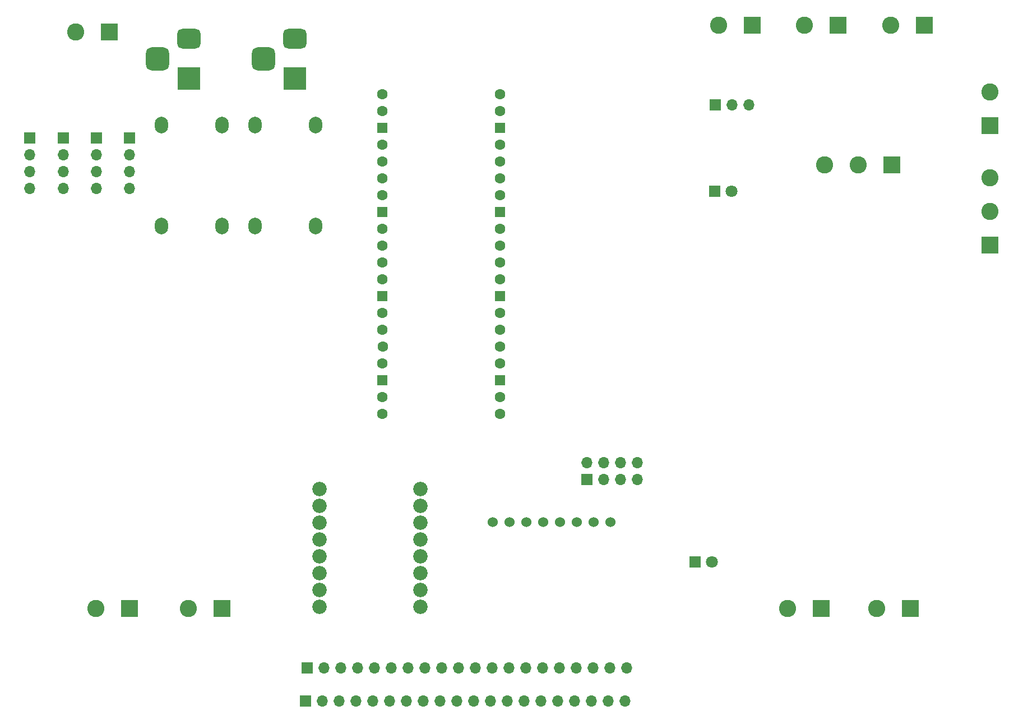
<source format=gbs>
G04 #@! TF.GenerationSoftware,KiCad,Pcbnew,8.0.2-8.0.2-0~ubuntu22.04.1*
G04 #@! TF.CreationDate,2024-05-18T17:39:08+02:00*
G04 #@! TF.ProjectId,car_pcb,6361725f-7063-4622-9e6b-696361645f70,rev?*
G04 #@! TF.SameCoordinates,Original*
G04 #@! TF.FileFunction,Soldermask,Bot*
G04 #@! TF.FilePolarity,Negative*
%FSLAX46Y46*%
G04 Gerber Fmt 4.6, Leading zero omitted, Abs format (unit mm)*
G04 Created by KiCad (PCBNEW 8.0.2-8.0.2-0~ubuntu22.04.1) date 2024-05-18 17:39:08*
%MOMM*%
%LPD*%
G01*
G04 APERTURE LIST*
G04 Aperture macros list*
%AMRoundRect*
0 Rectangle with rounded corners*
0 $1 Rounding radius*
0 $2 $3 $4 $5 $6 $7 $8 $9 X,Y pos of 4 corners*
0 Add a 4 corners polygon primitive as box body*
4,1,4,$2,$3,$4,$5,$6,$7,$8,$9,$2,$3,0*
0 Add four circle primitives for the rounded corners*
1,1,$1+$1,$2,$3*
1,1,$1+$1,$4,$5*
1,1,$1+$1,$6,$7*
1,1,$1+$1,$8,$9*
0 Add four rect primitives between the rounded corners*
20,1,$1+$1,$2,$3,$4,$5,0*
20,1,$1+$1,$4,$5,$6,$7,0*
20,1,$1+$1,$6,$7,$8,$9,0*
20,1,$1+$1,$8,$9,$2,$3,0*%
G04 Aperture macros list end*
%ADD10R,1.700000X1.700000*%
%ADD11O,1.700000X1.700000*%
%ADD12C,2.184000*%
%ADD13O,2.000000X2.500000*%
%ADD14R,2.600000X2.600000*%
%ADD15C,2.600000*%
%ADD16C,1.600000*%
%ADD17RoundRect,0.200000X-0.600000X-0.600000X0.600000X-0.600000X0.600000X0.600000X-0.600000X0.600000X0*%
%ADD18C,1.524000*%
%ADD19R,1.800000X1.800000*%
%ADD20C,1.800000*%
%ADD21R,3.500000X3.500000*%
%ADD22RoundRect,0.750000X-1.000000X0.750000X-1.000000X-0.750000X1.000000X-0.750000X1.000000X0.750000X0*%
%ADD23RoundRect,0.875000X-0.875000X0.875000X-0.875000X-0.875000X0.875000X-0.875000X0.875000X0.875000X0*%
G04 APERTURE END LIST*
D10*
X41000000Y-40000000D03*
D11*
X41000000Y-42540000D03*
X41000000Y-45080000D03*
X41000000Y-47620000D03*
D10*
X129475000Y-35000000D03*
D11*
X132015000Y-35000000D03*
X134555000Y-35000000D03*
D12*
X69760000Y-93000000D03*
X69760000Y-95540000D03*
X69760000Y-98080000D03*
X69760000Y-100620000D03*
X69760000Y-103160000D03*
X69760000Y-105700000D03*
X69760000Y-108240000D03*
X69760000Y-110780000D03*
X85000000Y-110780000D03*
X85000000Y-108240000D03*
X85000000Y-105700000D03*
X85000000Y-103160000D03*
X85000000Y-100620000D03*
X85000000Y-98080000D03*
X85000000Y-95540000D03*
X85000000Y-93000000D03*
D13*
X55000000Y-38000000D03*
X45860000Y-38000000D03*
X55000000Y-53240000D03*
X45860000Y-53240000D03*
X69140000Y-38000000D03*
X60000000Y-38000000D03*
X69140000Y-53240000D03*
X60000000Y-53240000D03*
D14*
X135080000Y-23000000D03*
D15*
X130000000Y-23000000D03*
D16*
X79220000Y-33380000D03*
X79220000Y-35920000D03*
D17*
X79220000Y-38460000D03*
D16*
X79220000Y-41000000D03*
X79220000Y-43540000D03*
X79220000Y-46080000D03*
X79220000Y-48620000D03*
D17*
X79220000Y-51160000D03*
D16*
X79220000Y-53700000D03*
X79220000Y-56240000D03*
X79220000Y-58780000D03*
X79220000Y-61320000D03*
D17*
X79220000Y-63860000D03*
D16*
X79220000Y-66400000D03*
X79220000Y-68940000D03*
X79261881Y-71480000D03*
X79220000Y-74020000D03*
D17*
X79220000Y-76560000D03*
D16*
X79220000Y-79100000D03*
X79220000Y-81640000D03*
X97000000Y-81640000D03*
X97000000Y-79100000D03*
D17*
X97000000Y-76560000D03*
D16*
X97000000Y-74020000D03*
X97000000Y-71480000D03*
X97000000Y-68940000D03*
X97000000Y-66400000D03*
D17*
X97000000Y-63860000D03*
D16*
X97000000Y-61320000D03*
X97000000Y-58780000D03*
X97000000Y-56240000D03*
X97000000Y-53700000D03*
D17*
X97000000Y-51160000D03*
D16*
X97000000Y-48620000D03*
X97000000Y-46080000D03*
X97000000Y-43540000D03*
X97000000Y-41000000D03*
D17*
X97000000Y-38460000D03*
D16*
X97000000Y-35920000D03*
X97000000Y-33380000D03*
D14*
X171000000Y-38080000D03*
D15*
X171000000Y-33000000D03*
D10*
X31000000Y-40000000D03*
D11*
X31000000Y-42540000D03*
X31000000Y-45080000D03*
X31000000Y-47620000D03*
D14*
X159000000Y-111000000D03*
D15*
X153920000Y-111000000D03*
D18*
X113700000Y-98000000D03*
X111160000Y-98000000D03*
X108620000Y-98000000D03*
X106080000Y-98000000D03*
X103540000Y-98000000D03*
X101000000Y-98000000D03*
X98460000Y-98000000D03*
X95920000Y-98000000D03*
D19*
X129460000Y-48000000D03*
D20*
X132000000Y-48000000D03*
D10*
X67840000Y-120000000D03*
D11*
X70380000Y-120000000D03*
X72920000Y-120000000D03*
X75460000Y-120000000D03*
X78000000Y-120000000D03*
X80540000Y-120000000D03*
X83080000Y-120000000D03*
X85620000Y-120000000D03*
X88160000Y-120000000D03*
X90700000Y-120000000D03*
X93240000Y-120000000D03*
X95780000Y-120000000D03*
X98320000Y-120000000D03*
X100860000Y-120000000D03*
X103400000Y-120000000D03*
X105940000Y-120000000D03*
X108480000Y-120000000D03*
X111020000Y-120000000D03*
X113560000Y-120000000D03*
X116100000Y-120000000D03*
D14*
X161080000Y-23000000D03*
D15*
X156000000Y-23000000D03*
D14*
X41000000Y-111000000D03*
D15*
X35920000Y-111000000D03*
D14*
X38000000Y-24000000D03*
D15*
X32920000Y-24000000D03*
D10*
X67600000Y-125000000D03*
D11*
X70140000Y-125000000D03*
X72680000Y-125000000D03*
X75220000Y-125000000D03*
X77760000Y-125000000D03*
X80300000Y-125000000D03*
X82840000Y-125000000D03*
X85380000Y-125000000D03*
X87920000Y-125000000D03*
X90460000Y-125000000D03*
X93000000Y-125000000D03*
X95540000Y-125000000D03*
X98080000Y-125000000D03*
X100620000Y-125000000D03*
X103160000Y-125000000D03*
X105700000Y-125000000D03*
X108240000Y-125000000D03*
X110780000Y-125000000D03*
X113320000Y-125000000D03*
X115860000Y-125000000D03*
D10*
X26000000Y-40000000D03*
D11*
X26000000Y-42540000D03*
X26000000Y-45080000D03*
X26000000Y-47620000D03*
D14*
X148080000Y-23000000D03*
D15*
X143000000Y-23000000D03*
D14*
X171000000Y-56160000D03*
D15*
X171000000Y-51080000D03*
X171000000Y-46000000D03*
D14*
X156160000Y-44000000D03*
D15*
X151080000Y-44000000D03*
X146000000Y-44000000D03*
D14*
X145545000Y-111000000D03*
D15*
X140465000Y-111000000D03*
D19*
X126460000Y-104000000D03*
D20*
X129000000Y-104000000D03*
D14*
X55000000Y-111000000D03*
D15*
X49920000Y-111000000D03*
D10*
X36000000Y-40000000D03*
D11*
X36000000Y-42540000D03*
X36000000Y-45080000D03*
X36000000Y-47620000D03*
D21*
X66000000Y-31000000D03*
D22*
X66000000Y-25000000D03*
D23*
X61300000Y-28000000D03*
D21*
X50000000Y-31000000D03*
D22*
X50000000Y-25000000D03*
D23*
X45300000Y-28000000D03*
D10*
X110140000Y-91540000D03*
D11*
X110140000Y-89000000D03*
X112680000Y-91540000D03*
X112680000Y-89000000D03*
X115220000Y-91540000D03*
X115220000Y-89000000D03*
X117760000Y-91540000D03*
X117760000Y-89000000D03*
M02*

</source>
